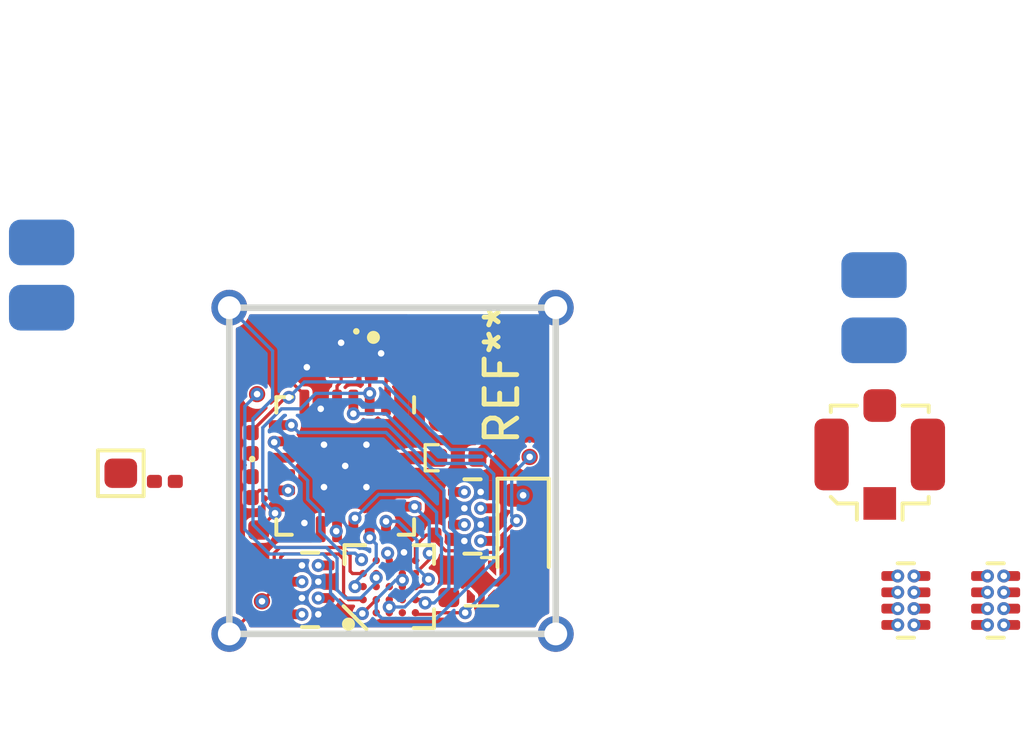
<source format=kicad_pcb>
(kicad_pcb (version 20171130) (host pcbnew 5.1.6-c6e7f7d~87~ubuntu18.04.1)
  (layers (0 F.Cu signal) (1 In1.Cu_Gnd signal) (2 In2.Cu_3V3 signal) (31 B.Cu signal) (34 B.Paste user) (35 F.Paste user) (36 B.SilkS user hide) (37 F.SilkS user) (38 B.Mask user) (39 F.Mask user) (44 Edge.Cuts user))
  (net 0 "")
  (net 1 GND)
  (net 2 3.3-5V_IN)
  (net 3 +3V3)
  (net 4 "Net-(D1-Pad1)")
  (net 5 LED1)
  (net 6 LED2)
  (net 7 Boot0)
  (net 8 UART_RX)
  (net 9 UART_TX)
  (net 10 NRST)
  (net 11 SWDIO)
  (net 12 "Net-(U1-PadC3)")
  (net 13 "Net-(U1-PadC4)")
  (net 14 "Net-(U1-PadD2)")
  (net 15 "Net-(D2-Pad2)")
  (net 16 "Net-(U1-PadB5)")
  (net 17 "Net-(U3-Pad14)")
  (net 18 "Net-(U3-Pad10)")
  (net 19 "Net-(U3-Pad9)")
  (net 20 "Net-(U3-Pad6)")
  (net 21 "Net-(U3-Pad4)")
  (net 22 "Net-(C6-Pad1)")
  (net 23 "Net-(C13-Pad1)")
  (net 24 "Net-(J1-Pad1)")
  (net 25 "Net-(U3-Pad22)")
  (net 26 NSS)
  (net 27 SCK)
  (net 28 MOSI)
  (net 29 MISO)
  (net 30 NRESET)
  (net 31 DI)
  (net 32 BUSY)
  (net 33 SWDCLK_BOOT0)
  (net 34 "Net-(U1-PadD1)")
  (net 35 "Net-(U1-PadB1)")
  (module footprints:molex_479480001_2g4-turret (layer F.Cu) (at 127.85 53.05 90)
    (fp_text reference REF** (at 0 0.5 90) (layer F.SilkS))
    (fp_text value molex_479480001_2g4-turret)
    (pad 2 smd roundrect (at -1.075 -1.075 90) (size 1.35 1.35) (layers F.Cu F.Paste F.Mask))
    (pad 2 smd roundrect (at 1.075 -1.075 90) (size 1.35 1.35) (layers F.Cu F.Paste F.Mask))
    (pad 2 smd roundrect (at 1.075 1.075 90) (size 1.35 1.35) (layers F.Cu F.Paste F.Mask))
    (pad 1 smd roundrect (at -1.075 1.075 90) (size 1.35 1.35) (layers F.Cu F.Paste F.Mask))
  )
  (module footprints:C_0402_1005Metric_dense (layer F.Cu) (at 120.9 58.3 270)
    (fp_text reference C13 hide)
    (fp_text value 470nF hide)
    (pad 2 smd roundrect (at 0.485 0 270) (size 0.59 0.64) (layers F.Cu F.Paste F.Mask) (net 1 GND))
    (pad 1 smd roundrect (at -0.485 0 270) (size 0.59 0.64) (layers F.Cu F.Paste F.Mask) (net 23 "Net-(C13-Pad1)"))
  )
  (module footprints:corner_castellated (layer F.Cu) (at 130 51)
    (fp_text reference TP9 hide)
    (fp_text value "Pad 1.5x1.5mm" hide)
    (pad 1 thru_hole circle (at 0 0) (size 1.1 1.1) (drill 0.7) (layers *.Cu *.Mask) (net 1 GND))
  )
  (module footprints:corner_castellated (layer F.Cu) (at 120 61)
    (fp_text reference TP8 hide)
    (fp_text value "Pad 1.5x1.5mm" hide)
    (pad 1 thru_hole circle (at 0 0) (size 1.1 1.1) (drill 0.7) (layers *.Cu *.Mask) (net 8 UART_RX))
  )
  (module footprints:corner_castellated (layer F.Cu) (at 120 51)
    (fp_text reference TP7 hide)
    (fp_text value "Pad 1.5x1.5mm" hide)
    (pad 1 thru_hole circle (at 0 0) (size 1.1 1.1) (drill 0.7) (layers *.Cu *.Mask) (net 9 UART_TX))
  )
  (module footprints:corner_castellated (layer F.Cu) (at 130 61)
    (fp_text reference TP6 hide)
    (fp_text value "Pad 1.5x1.5mm" hide)
    (pad 1 thru_hole circle (at 0 0) (size 1.1 1.1) (drill 0.7) (layers *.Cu *.Mask) (net 2 3.3-5V_IN))
  )
  (module footprints:QFN-24-1EP_4x4mm_P0.5mm_EP2.6x2.6mm_SX1280_dense (layer F.Cu) (at 123.55 55.85 270)
    (fp_text reference U3 hide)
    (fp_text value SX1280 hide)
    (fp_line (start 1.635 -2.11) (end 2.11 -2.11) (layer F.SilkS) (width 0.12))
    (fp_line (start 2.11 -2.11) (end 2.11 -1.635) (layer F.SilkS) (width 0.12))
    (fp_line (start -1.635 2.11) (end -2.11 2.11) (layer F.SilkS) (width 0.12))
    (fp_line (start -2.11 2.11) (end -2.11 1.635) (layer F.SilkS) (width 0.12))
    (fp_line (start 1.635 2.11) (end 2.11 2.11) (layer F.SilkS) (width 0.12))
    (fp_line (start 2.11 2.11) (end 2.11 1.635) (layer F.SilkS) (width 0.12))
    (fp_line (start -1.635 -2.11) (end -2.11 -2.11) (layer F.SilkS) (width 0.12))
    (pad 0 smd rect (at 0 0 270) (size 2.6 2.6) (layers F.Cu F.Mask) (net 1 GND))
    (pad 24 smd roundrect (at -1.25 -1.9375 270) (size 0.3 0.8) (layers F.Cu F.Paste F.Mask) (net 1 GND))
    (pad 23 smd roundrect (at -0.75 -1.9375 270) (size 0.3 0.8) (layers F.Cu F.Paste F.Mask) (net 1 GND))
    (pad 22 smd roundrect (at -0.25 -1.9375 270) (size 0.3 0.8) (layers F.Cu F.Paste F.Mask) (net 25 "Net-(U3-Pad22)"))
    (pad 21 smd roundrect (at 0.25 -1.9375 270) (size 0.3 0.8) (layers F.Cu F.Paste F.Mask) (net 1 GND))
    (pad 20 smd roundrect (at 0.75 -1.9375 270) (size 0.3 0.8) (layers F.Cu F.Paste F.Mask) (net 1 GND))
    (pad 19 smd roundrect (at 1.25 -1.9375 270) (size 0.3 0.8) (layers F.Cu F.Paste F.Mask) (net 26 NSS))
    (pad 18 smd roundrect (at 1.9375 -1.25 270) (size 0.8 0.3) (layers F.Cu F.Paste F.Mask) (net 27 SCK))
    (pad 17 smd roundrect (at 1.9375 -0.75 270) (size 0.8 0.3) (layers F.Cu F.Paste F.Mask) (net 28 MOSI))
    (pad 16 smd roundrect (at 1.9375 -0.25 270) (size 0.8 0.3) (layers F.Cu F.Paste F.Mask) (net 29 MISO))
    (pad 15 smd roundrect (at 1.9375 0.25 270) (size 0.8 0.3) (layers F.Cu F.Paste F.Mask) (net 3 +3V3))
    (pad 14 smd roundrect (at 1.9375 0.75 270) (size 0.8 0.3) (layers F.Cu F.Paste F.Mask) (net 17 "Net-(U3-Pad14)"))
    (pad 13 smd roundrect (at 1.9375 1.25 270) (size 0.8 0.3) (layers F.Cu F.Paste F.Mask) (net 1 GND))
    (pad 12 smd roundrect (at 1.25 1.9375 270) (size 0.3 0.8) (layers F.Cu F.Paste F.Mask) (net 23 "Net-(C13-Pad1)"))
    (pad 11 smd roundrect (at 0.75 1.9375 270) (size 0.3 0.8) (layers F.Cu F.Paste F.Mask) (net 3 +3V3))
    (pad 10 smd roundrect (at 0.25 1.9375 270) (size 0.3 0.8) (layers F.Cu F.Paste F.Mask) (net 18 "Net-(U3-Pad10)"))
    (pad 9 smd roundrect (at -0.25 1.9375 270) (size 0.3 0.8) (layers F.Cu F.Paste F.Mask) (net 19 "Net-(U3-Pad9)"))
    (pad 8 smd roundrect (at -0.75 1.9375 270) (size 0.3 0.8) (layers F.Cu F.Paste F.Mask) (net 31 DI))
    (pad 7 smd roundrect (at -1.25 1.9375 270) (size 0.3 0.8) (layers F.Cu F.Paste F.Mask) (net 32 BUSY))
    (pad 6 smd roundrect (at -1.9375 1.25 270) (size 0.8 0.3) (layers F.Cu F.Paste F.Mask) (net 20 "Net-(U3-Pad6)"))
    (pad 5 smd roundrect (at -1.9375 0.75 270) (size 0.8 0.3) (layers F.Cu F.Paste F.Mask) (net 1 GND))
    (pad 4 smd roundrect (at -1.9375 0.25 270) (size 0.8 0.3) (layers F.Cu F.Paste F.Mask) (net 21 "Net-(U3-Pad4)"))
    (pad 3 smd roundrect (at -1.9375 -0.25 270) (size 0.8 0.3) (layers F.Cu F.Paste F.Mask) (net 30 NRESET))
    (pad 2 smd roundrect (at -1.9375 -0.75 270) (size 0.8 0.3) (layers F.Cu F.Paste F.Mask) (net 23 "Net-(C13-Pad1)"))
    (pad 1 smd roundrect (at -1.9375 -1.25 270) (size 0.8 0.3) (layers F.Cu F.Paste F.Mask) (net 22 "Net-(C6-Pad1)"))
  )
  (module footprints:C_0201_0603Metric_dense (layer F.Cu) (at 124.35 52.725 90)
    (fp_text reference C4 hide)
    (fp_text value 10nF hide)
    (pad 2 smd roundrect (at 0.32 0 90) (size 0.46 0.4) (layers F.Cu F.Mask) (net 1 GND))
    (pad 1 smd roundrect (at -0.32 0 90) (size 0.46 0.4) (layers F.Cu F.Mask) (net 23 "Net-(C13-Pad1)"))
  )
  (module footprints:XTAL_ECS-320-8-47-CKM-TR (layer F.Cu) (at 122.9 52.45 180)
    (fp_text reference Y1 hide)
    (fp_text value 52M hide)
    (fp_circle (center -1.515 0.5398) (end -1.415 0.5398) (layer F.SilkS) (width 0.2))
    (pad 4 smd rect (at -0.525 -0.375 180) (size 0.75 0.65) (layers F.Cu F.Paste F.Mask) (net 21 "Net-(U3-Pad4)"))
    (pad 3 smd rect (at 0.525 -0.375 180) (size 0.75 0.65) (layers F.Cu F.Paste F.Mask) (net 1 GND))
    (pad 2 smd rect (at 0.525 0.375 180) (size 0.75 0.65) (layers F.Cu F.Paste F.Mask) (net 20 "Net-(U3-Pad6)"))
    (pad 1 smd rect (at -0.525 0.375 180) (size 0.75 0.65) (layers F.Cu F.Paste F.Mask) (net 1 GND))
  )
  (module footprints:2450FM07D0034T (layer F.Cu) (at 127 55.6)
    (fp_text reference U4 hide)
    (fp_text value 2450FM07D0034T hide)
    (fp_line (start -1 0.4) (end -0.6 0.4) (layer F.SilkS) (width 0.1))
    (fp_line (start -1 -0.4) (end -1 0.4) (layer F.SilkS) (width 0.1))
    (fp_line (start -0.6 -0.4) (end -1 -0.4) (layer F.SilkS) (width 0.1))
    (pad 4 smd roundrect (at 0 -0.35) (size 0.3 0.5) (layers F.Cu F.Paste F.Mask) (net 1 GND))
    (pad 3 smd roundrect (at 0.6 0) (size 0.55 0.55) (layers F.Cu F.Paste F.Mask) (net 24 "Net-(J1-Pad1)"))
    (pad 2 smd roundrect (at 0 0.35) (size 0.3 0.5) (layers F.Cu F.Paste F.Mask) (net 1 GND))
    (pad 1 smd roundrect (at -0.6 0) (size 0.55 0.55) (layers F.Cu F.Paste F.Mask) (net 25 "Net-(U3-Pad22)"))
  )
  (module footprints:C_0201_0603Metric_dense (layer F.Cu) (at 124.95 52.725 90)
    (fp_text reference C6 hide)
    (fp_text value 10nF hide)
    (pad 2 smd roundrect (at 0.32 0 90) (size 0.46 0.4) (layers F.Cu F.Mask) (net 1 GND))
    (pad 1 smd roundrect (at -0.32 0 90) (size 0.46 0.4) (layers F.Cu F.Mask) (net 22 "Net-(C6-Pad1)"))
  )
  (module footprints:BGA-25_5x5_2.3x2.5mm (layer F.Cu) (at 124.9 59.55 90)
    (fp_text reference U1 hide)
    (fp_text value STM32G071EBY6TR hide)
    (fp_circle (center -1.15 -1.25) (end -1.15 -1.15) (layer F.SilkS) (width 0.2))
    (fp_line (start -0.6 -1.4) (end -1.3 -0.7) (layer F.SilkS) (width 0.12))
    (fp_line (start -1.27 1.37) (end -1.27 0.745) (layer F.SilkS) (width 0.12))
    (fp_line (start -0.695 1.37) (end -1.27 1.37) (layer F.SilkS) (width 0.12))
    (fp_line (start 1.27 -1.37) (end 1.27 -0.745) (layer F.SilkS) (width 0.12))
    (fp_line (start 0.695 -1.37) (end 1.27 -1.37) (layer F.SilkS) (width 0.12))
    (fp_line (start 1.27 1.37) (end 1.27 0.745) (layer F.SilkS) (width 0.12))
    (fp_line (start 0.695 1.37) (end 1.27 1.37) (layer F.SilkS) (width 0.12))
    (fp_line (start 1.27 -1.37) (end 1.27 -0.745) (layer F.SilkS) (width 0.12))
    (fp_line (start 0.695 -1.37) (end 1.27 -1.37) (layer F.SilkS) (width 0.12))
    (fp_line (start 1.27 -1.37) (end 1.27 -0.745) (layer F.SilkS) (width 0.12))
    (fp_line (start 0.695 -1.37) (end 1.27 -1.37) (layer F.SilkS) (width 0.12))
    (pad E5 smd circle (at 0.8 0.8 90) (size 0.225 0.225) (layers F.Cu F.Paste F.Mask) (net 10 NRST))
    (pad D5 smd circle (at 0.8 0.4 90) (size 0.225 0.225) (layers F.Cu F.Paste F.Mask) (net 1 GND))
    (pad C5 smd circle (at 0.8 0 90) (size 0.225 0.225) (layers F.Cu F.Paste F.Mask) (net 3 +3V3))
    (pad B5 smd circle (at 0.8 -0.4 90) (size 0.225 0.225) (layers F.Cu F.Paste F.Mask) (net 16 "Net-(U1-PadB5)"))
    (pad A5 smd circle (at 0.8 -0.8 90) (size 0.225 0.225) (layers F.Cu F.Paste F.Mask) (net 31 DI))
    (pad E4 smd circle (at 0.4 0.8 90) (size 0.225 0.225) (layers F.Cu F.Paste F.Mask) (net 26 NSS))
    (pad D4 smd circle (at 0.4 0.4 90) (size 0.225 0.225) (layers F.Cu F.Paste F.Mask) (net 30 NRESET))
    (pad C4 smd circle (at 0.4 0 90) (size 0.225 0.225) (layers F.Cu F.Paste F.Mask) (net 13 "Net-(U1-PadC4)"))
    (pad B4 smd circle (at 0.4 -0.4 90) (size 0.225 0.225) (layers F.Cu F.Paste F.Mask) (net 9 UART_TX))
    (pad A4 smd circle (at 0.4 -0.8 90) (size 0.225 0.225) (layers F.Cu F.Paste F.Mask) (net 8 UART_RX))
    (pad E3 smd circle (at 0 0.8 90) (size 0.225 0.225) (layers F.Cu F.Paste F.Mask) (net 27 SCK))
    (pad D3 smd circle (at 0 0.4 90) (size 0.225 0.225) (layers F.Cu F.Paste F.Mask) (net 30 NRESET))
    (pad C3 smd circle (at 0 0 90) (size 0.225 0.225) (layers F.Cu F.Paste F.Mask) (net 12 "Net-(U1-PadC3)"))
    (pad B3 smd circle (at 0 -0.4 90) (size 0.225 0.225) (layers F.Cu F.Paste F.Mask) (net 9 UART_TX))
    (pad A3 smd circle (at 0 -0.8 90) (size 0.225 0.225) (layers F.Cu F.Paste F.Mask) (net 28 MOSI))
    (pad E2 smd circle (at -0.4 0.8 90) (size 0.225 0.225) (layers F.Cu F.Paste F.Mask) (net 32 BUSY))
    (pad D2 smd circle (at -0.4 0.4 90) (size 0.225 0.225) (layers F.Cu F.Paste F.Mask) (net 14 "Net-(U1-PadD2)"))
    (pad C2 smd circle (at -0.4 0 90) (size 0.225 0.225) (layers F.Cu F.Paste F.Mask) (net 29 MISO))
    (pad B2 smd circle (at -0.4 -0.4 90) (size 0.225 0.225) (layers F.Cu F.Paste F.Mask) (net 11 SWDIO))
    (pad A2 smd circle (at -0.4 -0.8 90) (size 0.225 0.225) (layers F.Cu F.Paste F.Mask) (net 33 SWDCLK_BOOT0))
    (pad E1 smd circle (at -0.8 0.8 90) (size 0.225 0.225) (layers F.Cu F.Paste F.Mask) (net 5 LED1))
    (pad D1 smd circle (at -0.8 0.4 90) (size 0.225 0.225) (layers F.Cu F.Paste F.Mask) (net 34 "Net-(U1-PadD1)"))
    (pad C1 smd circle (at -0.8 0 90) (size 0.225 0.225) (layers F.Cu F.Paste F.Mask) (net 29 MISO))
    (pad B1 smd circle (at -0.8 -0.4 90) (size 0.225 0.225) (layers F.Cu F.Paste F.Mask) (net 35 "Net-(U1-PadB1)"))
    (pad A1 smd circle (at -0.8 -0.8 90) (size 0.225 0.225) (layers F.Cu F.Paste F.Mask) (net 11 SWDIO))
  )
  (module ftprnts:AVX_S_CASE (layer F.Cu) (at 129 57.6 270)
    (fp_text reference C12 hide)
    (fp_text value 100uF hide)
    (fp_line (start 1.35 -0.785) (end -1.36 -0.785) (layer F.SilkS) (width 0.12))
    (fp_line (start -1.36 0.785) (end 1.35 0.785) (layer F.SilkS) (width 0.12))
    (fp_line (start -1.36 -0.785) (end -1.36 0.785) (layer F.SilkS) (width 0.12))
    (pad 2 smd roundrect (at 0.85 0 270) (size 0.7 1) (layers F.Cu F.Paste F.Mask) (roundrect_rratio 0.1) (net 1 GND))
    (pad 1 smd roundrect (at -0.85 0 90) (size 0.7 1) (layers F.Cu F.Paste F.Mask) (roundrect_rratio 0.1) (net 3 +3V3))
  )
  (module footprints:0805_low_esl_cap_avx_w_via_dense (layer F.Cu) (at 122.475 59.65)
    (fp_text reference C11 hide)
    (fp_text value 2.2uF hide)
    (fp_line (start 0.25 1.14) (end -0.25 1.14) (layer F.SilkS) (width 0.12))
    (fp_line (start 0.25 -1.14) (end -0.25 -1.14) (layer F.SilkS) (width 0.12))
    (pad 2 thru_hole circle (at -0.25 -0.25) (size 0.4 0.4) (drill 0.2) (layers *.Cu) (net 3 +3V3))
    (pad 1 thru_hole circle (at -0.25 0.25) (size 0.4 0.4) (drill 0.2) (layers *.Cu) (net 1 GND))
    (pad 2 smd roundrect (at -0.5 -0.25) (size 0.5 0.3) (layers F.Cu F.Paste F.Mask) (net 3 +3V3))
    (pad 1 smd roundrect (at -0.5 0.25) (size 0.5 0.3) (layers F.Cu F.Paste F.Mask) (net 1 GND))
    (pad 2 smd roundrect (at 0.5 0.25) (size 0.5 0.3) (layers F.Cu F.Paste F.Mask) (net 3 +3V3))
    (pad 1 smd roundrect (at -0.5 -0.75) (size 0.5 0.3) (layers F.Cu F.Paste F.Mask) (net 1 GND))
    (pad 2 smd roundrect (at 0.5 -0.75) (size 0.5 0.3) (layers F.Cu F.Paste F.Mask) (net 3 +3V3))
    (pad 1 smd roundrect (at 0.5 -0.25) (size 0.5 0.3) (layers F.Cu F.Paste F.Mask) (net 1 GND))
    (pad 2 smd roundrect (at -0.5 0.75) (size 0.5 0.3) (layers F.Cu F.Paste F.Mask) (net 3 +3V3))
    (pad 1 smd roundrect (at 0.5 0.75) (size 0.5 0.3) (layers F.Cu F.Paste F.Mask) (net 1 GND))
    (pad 2 thru_hole circle (at -0.25 0.75) (size 0.4 0.4) (drill 0.2) (layers *.Cu) (net 3 +3V3))
    (pad 2 thru_hole circle (at 0.25 0.25) (size 0.4 0.4) (drill 0.2) (layers *.Cu) (net 3 +3V3))
    (pad 1 thru_hole circle (at -0.25 -0.75) (size 0.4 0.4) (drill 0.2) (layers *.Cu) (net 1 GND))
    (pad 1 thru_hole circle (at 0.25 0.75) (size 0.4 0.4) (drill 0.2) (layers *.Cu) (net 1 GND))
    (pad 1 thru_hole circle (at 0.25 -0.25) (size 0.4 0.4) (drill 0.2) (layers *.Cu) (net 1 GND))
    (pad 2 thru_hole circle (at 0.25 -0.75) (size 0.4 0.4) (drill 0.2) (layers *.Cu) (net 3 +3V3))
  )
  (module footprints:0805_low_esl_cap_avx_w_via_dense (layer F.Cu) (at 127.45 57.4)
    (fp_text reference C10 hide)
    (fp_text value 2.2uF hide)
    (fp_line (start 0.25 1.14) (end -0.25 1.14) (layer F.SilkS) (width 0.12))
    (fp_line (start 0.25 -1.14) (end -0.25 -1.14) (layer F.SilkS) (width 0.12))
    (pad 2 thru_hole circle (at -0.25 -0.25) (size 0.4 0.4) (drill 0.2) (layers *.Cu) (net 1 GND))
    (pad 1 thru_hole circle (at -0.25 0.25) (size 0.4 0.4) (drill 0.2) (layers *.Cu) (net 3 +3V3))
    (pad 2 smd roundrect (at -0.5 -0.25) (size 0.5 0.3) (layers F.Cu F.Paste F.Mask) (net 1 GND))
    (pad 1 smd roundrect (at -0.5 0.25) (size 0.5 0.3) (layers F.Cu F.Paste F.Mask) (net 3 +3V3))
    (pad 2 smd roundrect (at 0.5 0.25) (size 0.5 0.3) (layers F.Cu F.Paste F.Mask) (net 1 GND))
    (pad 1 smd roundrect (at -0.5 -0.75) (size 0.5 0.3) (layers F.Cu F.Paste F.Mask) (net 3 +3V3))
    (pad 2 smd roundrect (at 0.5 -0.75) (size 0.5 0.3) (layers F.Cu F.Paste F.Mask) (net 1 GND))
    (pad 1 smd roundrect (at 0.5 -0.25) (size 0.5 0.3) (layers F.Cu F.Paste F.Mask) (net 3 +3V3))
    (pad 2 smd roundrect (at -0.5 0.75) (size 0.5 0.3) (layers F.Cu F.Paste F.Mask) (net 1 GND))
    (pad 1 smd roundrect (at 0.5 0.75) (size 0.5 0.3) (layers F.Cu F.Paste F.Mask) (net 3 +3V3))
    (pad 2 thru_hole circle (at -0.25 0.75) (size 0.4 0.4) (drill 0.2) (layers *.Cu) (net 1 GND))
    (pad 2 thru_hole circle (at 0.25 0.25) (size 0.4 0.4) (drill 0.2) (layers *.Cu) (net 1 GND))
    (pad 1 thru_hole circle (at -0.25 -0.75) (size 0.4 0.4) (drill 0.2) (layers *.Cu) (net 3 +3V3))
    (pad 1 thru_hole circle (at 0.25 0.75) (size 0.4 0.4) (drill 0.2) (layers *.Cu) (net 3 +3V3))
    (pad 1 thru_hole circle (at 0.25 -0.25) (size 0.4 0.4) (drill 0.2) (layers *.Cu) (net 3 +3V3))
    (pad 2 thru_hole circle (at 0.25 -0.75) (size 0.4 0.4) (drill 0.2) (layers *.Cu) (net 1 GND))
  )
  (module footprints:0805_low_esl_cap_avx_w_via_dense (layer F.Cu) (at 143.475 59.975)
    (fp_text reference C9 hide)
    (fp_text value 2.2uF hide)
    (fp_line (start 0.25 1.14) (end -0.25 1.14) (layer F.SilkS) (width 0.12))
    (fp_line (start 0.25 -1.14) (end -0.25 -1.14) (layer F.SilkS) (width 0.12))
    (pad 2 thru_hole circle (at -0.25 -0.25) (size 0.4 0.4) (drill 0.2) (layers *.Cu) (net 3 +3V3))
    (pad 1 thru_hole circle (at -0.25 0.25) (size 0.4 0.4) (drill 0.2) (layers *.Cu) (net 1 GND))
    (pad 2 smd roundrect (at -0.5 -0.25) (size 0.5 0.3) (layers F.Cu F.Paste F.Mask) (net 3 +3V3))
    (pad 1 smd roundrect (at -0.5 0.25) (size 0.5 0.3) (layers F.Cu F.Paste F.Mask) (net 1 GND))
    (pad 2 smd roundrect (at 0.5 0.25) (size 0.5 0.3) (layers F.Cu F.Paste F.Mask) (net 3 +3V3))
    (pad 1 smd roundrect (at -0.5 -0.75) (size 0.5 0.3) (layers F.Cu F.Paste F.Mask) (net 1 GND))
    (pad 2 smd roundrect (at 0.5 -0.75) (size 0.5 0.3) (layers F.Cu F.Paste F.Mask) (net 3 +3V3))
    (pad 1 smd roundrect (at 0.5 -0.25) (size 0.5 0.3) (layers F.Cu F.Paste F.Mask) (net 1 GND))
    (pad 2 smd roundrect (at -0.5 0.75) (size 0.5 0.3) (layers F.Cu F.Paste F.Mask) (net 3 +3V3))
    (pad 1 smd roundrect (at 0.5 0.75) (size 0.5 0.3) (layers F.Cu F.Paste F.Mask) (net 1 GND))
    (pad 2 thru_hole circle (at -0.25 0.75) (size 0.4 0.4) (drill 0.2) (layers *.Cu) (net 3 +3V3))
    (pad 2 thru_hole circle (at 0.25 0.25) (size 0.4 0.4) (drill 0.2) (layers *.Cu) (net 3 +3V3))
    (pad 1 thru_hole circle (at -0.25 -0.75) (size 0.4 0.4) (drill 0.2) (layers *.Cu) (net 1 GND))
    (pad 1 thru_hole circle (at 0.25 0.75) (size 0.4 0.4) (drill 0.2) (layers *.Cu) (net 1 GND))
    (pad 1 thru_hole circle (at 0.25 -0.25) (size 0.4 0.4) (drill 0.2) (layers *.Cu) (net 1 GND))
    (pad 2 thru_hole circle (at 0.25 -0.75) (size 0.4 0.4) (drill 0.2) (layers *.Cu) (net 3 +3V3))
  )
  (module footprints:0805_low_esl_cap_avx_w_via_dense (layer F.Cu) (at 140.725 59.975)
    (fp_text reference C7 hide)
    (fp_text value 2.2uF hide)
    (fp_line (start 0.25 1.14) (end -0.25 1.14) (layer F.SilkS) (width 0.12))
    (fp_line (start 0.25 -1.14) (end -0.25 -1.14) (layer F.SilkS) (width 0.12))
    (pad 2 thru_hole circle (at -0.25 -0.25) (size 0.4 0.4) (drill 0.2) (layers *.Cu) (net 1 GND))
    (pad 1 thru_hole circle (at -0.25 0.25) (size 0.4 0.4) (drill 0.2) (layers *.Cu) (net 3 +3V3))
    (pad 2 smd roundrect (at -0.5 -0.25) (size 0.5 0.3) (layers F.Cu F.Paste F.Mask) (net 1 GND))
    (pad 1 smd roundrect (at -0.5 0.25) (size 0.5 0.3) (layers F.Cu F.Paste F.Mask) (net 3 +3V3))
    (pad 2 smd roundrect (at 0.5 0.25) (size 0.5 0.3) (layers F.Cu F.Paste F.Mask) (net 1 GND))
    (pad 1 smd roundrect (at -0.5 -0.75) (size 0.5 0.3) (layers F.Cu F.Paste F.Mask) (net 3 +3V3))
    (pad 2 smd roundrect (at 0.5 -0.75) (size 0.5 0.3) (layers F.Cu F.Paste F.Mask) (net 1 GND))
    (pad 1 smd roundrect (at 0.5 -0.25) (size 0.5 0.3) (layers F.Cu F.Paste F.Mask) (net 3 +3V3))
    (pad 2 smd roundrect (at -0.5 0.75) (size 0.5 0.3) (layers F.Cu F.Paste F.Mask) (net 1 GND))
    (pad 1 smd roundrect (at 0.5 0.75) (size 0.5 0.3) (layers F.Cu F.Paste F.Mask) (net 3 +3V3))
    (pad 2 thru_hole circle (at -0.25 0.75) (size 0.4 0.4) (drill 0.2) (layers *.Cu) (net 1 GND))
    (pad 2 thru_hole circle (at 0.25 0.25) (size 0.4 0.4) (drill 0.2) (layers *.Cu) (net 1 GND))
    (pad 1 thru_hole circle (at -0.25 -0.75) (size 0.4 0.4) (drill 0.2) (layers *.Cu) (net 3 +3V3))
    (pad 1 thru_hole circle (at 0.25 0.75) (size 0.4 0.4) (drill 0.2) (layers *.Cu) (net 3 +3V3))
    (pad 1 thru_hole circle (at 0.25 -0.25) (size 0.4 0.4) (drill 0.2) (layers *.Cu) (net 3 +3V3))
    (pad 2 thru_hole circle (at 0.25 -0.75) (size 0.4 0.4) (drill 0.2) (layers *.Cu) (net 1 GND))
  )
  (module ftprnts:TestPoint_Pad_1.5x2mm (layer B.Cu) (at 114 51)
    (fp_text reference TP5 hide)
    (fp_text value "Pad 1.5x1.5mm" hide)
    (pad 1 smd roundrect (at 0.25 0) (size 2 1.4) (layers B.Cu B.Mask) (net 9 UART_TX))
  )
  (module ftprnts:TestPoint_Pad_1.5x2mm (layer B.Cu) (at 114 49)
    (fp_text reference TP4 hide)
    (fp_text value "Pad 1.5x1.5mm" hide)
    (pad 1 smd roundrect (at 0.25 0) (size 2 1.4) (layers B.Cu B.Mask) (net 8 UART_RX))
  )
  (module ftprnts:TestPoint_Pad_1.5x2mm (layer B.Cu) (at 140 52 180)
    (fp_text reference TP3 hide)
    (fp_text value "Pad 1.5x1.5mm" hide)
    (pad 1 smd roundrect (at 0.25 0 180) (size 2 1.4) (layers B.Cu B.Mask) (net 2 3.3-5V_IN))
  )
  (module ftprnts:TestPoint_Pad_1.5x2mm (layer B.Cu) (at 139.5 50)
    (fp_text reference TP2 hide)
    (fp_text value "Pad 1.5x1.5mm" hide)
    (pad 1 smd roundrect (at 0.25 0) (size 2 1.4) (layers B.Cu B.Mask) (net 1 GND))
  )
  (module Connector_Coaxial:U.FL_Molex_MCRF_73412-0110_Vertical (layer F.Cu) (at 139.925 55.5)
    (fp_text reference J1 hide)
    (fp_text value u.fl hide)
    (fp_line (start 0.7 1.5) (end 0.7 2) (layer F.SilkS) (width 0.12))
    (fp_line (start -0.7 1.5) (end -0.7 2) (layer F.SilkS) (width 0.12))
    (fp_line (start -0.7 1.5) (end -1.3 1.5) (layer F.SilkS) (width 0.12))
    (fp_line (start -1.3 1.5) (end -1.5 1.3) (layer F.SilkS) (width 0.12))
    (fp_line (start 1.5 1.3) (end 1.5 1.5) (layer F.SilkS) (width 0.12))
    (fp_line (start 1.5 1.5) (end 0.7 1.5) (layer F.SilkS) (width 0.12))
    (fp_line (start 0.7 -1.5) (end 1.5 -1.5) (layer F.SilkS) (width 0.12))
    (fp_line (start 1.5 -1.5) (end 1.5 -1.3) (layer F.SilkS) (width 0.12))
    (fp_line (start -1.5 -1.3) (end -1.5 -1.5) (layer F.SilkS) (width 0.12))
    (fp_line (start -1.5 -1.5) (end -0.7 -1.5) (layer F.SilkS) (width 0.12))
    (pad 1 smd rect (at 0 1.5) (size 1 1) (layers F.Cu F.Paste F.Mask) (net 24 "Net-(J1-Pad1)"))
    (pad 2 smd roundrect (at 0 -1.5) (size 1 1) (layers F.Cu F.Paste F.Mask) (net 1 GND))
    (pad 2 smd roundrect (at 1.475 0) (size 1.05 2.2) (layers F.Cu F.Paste F.Mask) (net 1 GND))
    (pad 2 smd roundrect (at -1.475 0) (size 1.05 2.2) (layers F.Cu F.Paste F.Mask) (net 1 GND))
  )
  (module ftprnts:R_0201_0603Metric_dense (layer F.Cu) (at 118.025 56.325 180)
    (fp_text reference R4 hide)
    (fp_text value 10k hide)
    (pad 2 smd roundrect (at 0.32 0 180) (size 0.46 0.4) (layers F.Cu F.Mask) (net 7 Boot0))
    (pad 1 smd roundrect (at -0.32 0 180) (size 0.46 0.4) (layers F.Cu F.Mask) (net 1 GND))
  )
  (module ftprnts:R_0201_0603Metric_dense (layer F.Cu) (at 125.55 52.725 90)
    (fp_text reference R2 hide)
    (fp_text value 270R hide)
    (pad 2 smd roundrect (at 0.32 0 90) (size 0.46 0.4) (layers F.Cu F.Mask) (net 6 LED2))
    (pad 1 smd roundrect (at -0.32 0 90) (size 0.46 0.4) (layers F.Cu F.Mask) (net 15 "Net-(D2-Pad2)"))
  )
  (module ftprnts:R_0201_0603Metric_dense (layer F.Cu) (at 120.7 55.15 270)
    (fp_text reference R1 hide)
    (fp_text value 270R hide)
    (pad 2 smd roundrect (at 0.32 0 270) (size 0.46 0.4) (layers F.Cu F.Mask) (net 4 "Net-(D1-Pad1)"))
    (pad 1 smd roundrect (at -0.32 0 270) (size 0.46 0.4) (layers F.Cu F.Mask) (net 5 LED1))
  )
  (module ftprnts:L_0402_1005Metric_dense (layer F.Cu) (at 126.725 59.4 90)
    (fp_text reference C5 hide)
    (fp_text value 10µF hide)
    (pad 2 smd roundrect (at 0.485 0 90) (size 0.59 0.64) (layers F.Cu F.Paste F.Mask) (net 1 GND))
    (pad 1 smd roundrect (at -0.485 0 90) (size 0.59 0.64) (layers F.Cu F.Paste F.Mask) (net 3 +3V3))
  )
  (module ftprnts:L_0402_1005Metric_dense (layer F.Cu) (at 128.75 59.8 90)
    (fp_text reference C3 hide)
    (fp_text value 10µF hide)
    (pad 2 smd roundrect (at 0.485 0 90) (size 0.59 0.64) (layers F.Cu F.Paste F.Mask) (net 1 GND))
    (pad 1 smd roundrect (at -0.485 0 90) (size 0.59 0.64) (layers F.Cu F.Paste F.Mask) (net 2 3.3-5V_IN))
  )
  (module Package_DFN_QFN:UDFN-4_1x1mm_P0.65mm (layer F.Cu) (at 127.725 59.4 270)
    (fp_text reference U2 hide)
    (fp_text value NCP160 hide)
    (fp_line (start -0.74 -0.5) (end -0.74 0) (layer F.SilkS) (width 0.1))
    (fp_line (start 0.74 -0.5) (end 0.74 0.5) (layer F.SilkS) (width 0.1))
    (pad 5 smd rect (at 0 -0.17 225) (size 0.24 0.24) (layers F.Cu F.Paste F.Mask) (net 1 GND))
    (pad 5 smd rect (at -0.17 0 225) (size 0.24 0.24) (layers F.Cu F.Paste F.Mask) (net 1 GND))
    (pad 5 smd rect (at 0.17 0 225) (size 0.24 0.24) (layers F.Cu F.Paste F.Mask) (net 1 GND))
    (pad 3 smd rect (at 0.345 0.415) (size 0.07 0.19) (layers F.Cu F.Paste F.Mask) (net 2 3.3-5V_IN))
    (pad 1 smd trapezoid (at -0.38 -0.35 90) (size 0.2 0.2) (rect_delta 0 0.19999) (layers F.Cu F.Paste F.Mask) (net 3 +3V3))
    (pad 3 smd trapezoid (at 0.43 0.29 270) (size 0.18 0.18) (rect_delta 0 0.17999) (layers F.Cu F.Paste F.Mask) (net 2 3.3-5V_IN))
    (pad 3 smd rect (at 0.54 0.325 180) (size 0.25 0.22) (layers F.Cu F.Paste F.Mask) (net 2 3.3-5V_IN))
    (pad 4 smd rect (at 0.34 -0.415) (size 0.07 0.19) (layers F.Cu F.Paste F.Mask) (net 2 3.3-5V_IN))
    (pad 4 smd trapezoid (at 0.425 -0.29 180) (size 0.18 0.18) (rect_delta 0.1799 0) (layers F.Cu F.Paste F.Mask) (net 2 3.3-5V_IN))
    (pad 4 smd rect (at 0.54 -0.325 180) (size 0.25 0.22) (layers F.Cu F.Paste F.Mask) (net 2 3.3-5V_IN))
    (pad 1 smd rect (at -0.54 -0.325 180) (size 0.25 0.22) (layers F.Cu F.Paste F.Mask) (net 3 +3V3))
    (pad 5 smd rect (at 0 0.17 225) (size 0.24 0.24) (layers F.Cu F.Paste F.Mask) (net 1 GND))
    (pad 2 smd rect (at -0.54 0.325 180) (size 0.25 0.22) (layers F.Cu F.Paste F.Mask) (net 1 GND))
    (pad 1 smd trapezoid (at -0.43 -0.3 90) (size 0.2 0.2) (rect_delta 0 0.19999) (layers F.Cu F.Paste F.Mask) (net 3 +3V3))
    (pad 2 smd trapezoid (at -0.43 0.29) (size 0.18 0.18) (rect_delta 0.1799 0) (layers F.Cu F.Paste F.Mask) (net 1 GND))
    (pad 2 smd rect (at -0.345 0.415) (size 0.07 0.19) (layers F.Cu F.Paste F.Mask) (net 1 GND))
  )
  (module TestPoint:TestPoint_Pad_1.0x1.0mm (layer F.Cu) (at 116.675 56.075)
    (fp_text reference TP1 hide)
    (fp_text value "Pad 1x1mm" hide)
    (fp_line (start -0.7 0.7) (end -0.7 -0.7) (layer F.SilkS) (width 0.12))
    (fp_line (start 0.7 0.7) (end -0.7 0.7) (layer F.SilkS) (width 0.12))
    (fp_line (start 0.7 -0.7) (end 0.7 0.7) (layer F.SilkS) (width 0.12))
    (fp_line (start -0.7 -0.7) (end 0.7 -0.7) (layer F.SilkS) (width 0.12))
    (pad 1 smd roundrect (at 0 0) (size 1 0.9) (layers F.Cu F.Mask) (net 7 Boot0))
  )
  (module ftprnts:C_0201_0603Metric_dense (layer F.Cu) (at 126.3 57.65 90)
    (fp_text reference C8 hide)
    (fp_text value 100nF hide)
    (pad 2 smd roundrect (at 0.32 0 90) (size 0.46 0.4) (layers F.Cu F.Mask) (net 1 GND))
    (pad 1 smd roundrect (at -0.32 0 90) (size 0.46 0.4) (layers F.Cu F.Mask) (net 10 NRST))
  )
  (module Fiducial:Fiducial_0.5mm_Dia_1mm_Outer (layer F.Cu) (at 120.85 53.65)
    (fp_text reference FID2 hide)
    (fp_text value Fiducial hide)
    (pad 1 smd circle (at 0 0) (size 0.5 0.5) (layers F.Cu F.Mask) (net 11 SWDIO) (clearance 0.2))
  )
  (module LED_SMD:LED_0201_0603Metric (layer F.Cu) (at 120.7 56.5 270)
    (fp_text reference D1 hide)
    (fp_text value LED_BLUE hide)
    (fp_circle (center -0.86 0) (end -0.81 0) (layer F.SilkS) (width 0.1))
    (pad 2 smd roundrect (at 0.32 0 270) (size 0.46 0.4) (layers F.Cu F.Mask) (net 3 +3V3))
    (pad 1 smd roundrect (at -0.32 0 270) (size 0.46 0.4) (layers F.Cu F.Mask) (net 4 "Net-(D1-Pad1)"))
  )
  (module LED_SMD:LED_0201_0603Metric (layer F.Cu) (at 124.75 51.725)
    (fp_text reference D2 hide)
    (fp_text value LED_WHITE hide)
    (fp_circle (center -0.86 0) (end -0.81 0) (layer F.SilkS) (width 0.1))
    (pad 2 smd roundrect (at 0.32 0) (size 0.46 0.4) (layers F.Cu F.Mask) (net 15 "Net-(D2-Pad2)"))
    (pad 1 smd roundrect (at -0.32 0) (size 0.46 0.4) (layers F.Cu F.Mask) (net 1 GND))
  )
  (module Fiducial:Fiducial_0.5mm_Dia_1mm_Outer (layer F.Cu) (at 129.2 55.575)
    (fp_text reference FID1 hide)
    (fp_text value Fiducial hide)
    (pad 1 smd circle (at 0 0) (size 0.5 0.5) (layers F.Cu F.Mask) (net 10 NRST) (clearance 0.2))
  )
  (module Fiducial:Fiducial_0.5mm_Dia_1mm_Outer (layer F.Cu) (at 121 60)
    (fp_text reference FID3 hide)
    (fp_text value Fiducial hide)
    (pad 1 smd circle (at 0 0) (size 0.5 0.5) (layers F.Cu F.Mask) (net 33 SWDCLK_BOOT0) (clearance 0.05))
  )
  (gr_line (start 130 51) (end 130 61) (layer Edge.Cuts) (width 0.2))
  (gr_line (start 120 61) (end 120 51) (layer Edge.Cuts) (width 0.2))
  (gr_line (start 130 61) (end 120 61) (layer Edge.Cuts) (width 0.2))
  (gr_line (start 120 51) (end 130 51) (layer Edge.Cuts) (width 0.2))
  (via (at 123.425 52.075) (size 0.4) (drill 0.2) (layers F.Cu B.Cu) (net 1))
  (via (at 122.375 52.825) (size 0.4) (drill 0.2) (layers F.Cu B.Cu) (net 1))
  (via (at 123.55 55.85) (size 0.4) (drill 0.2) (layers F.Cu B.Cu) (net 1))
  (via (at 124.2 56.5) (size 0.4) (drill 0.2) (layers F.Cu B.Cu) (net 1))
  (via (at 122.9 56.5) (size 0.4) (drill 0.2) (layers F.Cu B.Cu) (net 1))
  (via (at 124.2 55.2) (size 0.4) (drill 0.2) (layers F.Cu B.Cu) (net 1))
  (via (at 122.9 55.2) (size 0.4) (drill 0.2) (layers F.Cu B.Cu) (net 1))
  (via (at 122.3 57.6) (size 0.4) (drill 0.2) (layers F.Cu B.Cu) (net 1))
  (via (at 122.8 54.1) (size 0.4) (drill 0.2) (layers F.Cu B.Cu) (net 1))
  (via (at 125.35 58.5) (size 0.4) (drill 0.2) (layers F.Cu B.Cu) (net 1))
  (segment (start 125.3 58.75) (end 125.3 58.55) (width 0.1) (layer F.Cu) (net 1))
  (segment (start 125.3 58.55) (end 125.35 58.5) (width 0.1) (layer F.Cu) (net 1))
  (via (at 124.65 52.4) (size 0.4) (drill 0.2) (layers F.Cu B.Cu) (net 1))
  (segment (start 124.95 52.405) (end 124.655 52.405) (width 0.1) (layer F.Cu) (net 1))
  (segment (start 124.655 52.405) (end 124.65 52.4) (width 0.1) (layer F.Cu) (net 1))
  (segment (start 124.645 52.405) (end 124.65 52.4) (width 0.1) (layer F.Cu) (net 1))
  (segment (start 124.35 52.405) (end 124.645 52.405) (width 0.1) (layer F.Cu) (net 1))
  (via (at 121.8 56.6) (size 0.4) (drill 0.2) (layers F.Cu B.Cu) (net 3))
  (segment (start 124.9 58.575) (end 124.9 58.75) (width 0.1) (layer F.Cu) (net 3))
  (via (at 124.85 58.525) (size 0.4) (drill 0.2) (layers F.Cu B.Cu) (net 3))
  (segment (start 124.85 58.525) (end 124.9 58.575) (width 0.1) (layer F.Cu) (net 3))
  (via (at 123.275 57.85) (size 0.4) (drill 0.2) (layers F.Cu B.Cu) (net 3))
  (segment (start 120.92 56.6) (end 120.7 56.82) (width 0.1) (layer F.Cu) (net 3))
  (segment (start 121.6125 56.6) (end 120.92 56.6) (width 0.1) (layer F.Cu) (net 3))
  (segment (start 129 56.35) (end 129 56.75) (width 0.1) (layer F.Cu) (net 3))
  (via (at 129 56.75) (size 0.4) (drill 0.2) (layers F.Cu B.Cu) (net 3))
  (segment (start 120.7 55.47) (end 120.7 56.18) (width 0.1) (layer F.Cu) (net 4))
  (via (at 127.225 60.35) (size 0.4) (drill 0.2) (layers F.Cu B.Cu) (net 5))
  (segment (start 125.75 60.4) (end 125.7 60.35) (width 0.1) (layer F.Cu) (net 5))
  (segment (start 126.3 60.4) (end 125.75 60.4) (width 0.1) (layer F.Cu) (net 5))
  (segment (start 127.225 60.35) (end 126.35 60.35) (width 0.1) (layer F.Cu) (net 5))
  (segment (start 126.35 60.35) (end 126.3 60.4) (width 0.1) (layer F.Cu) (net 5))
  (segment (start 128.45 56) (end 128.45 59.125) (width 0.1) (layer B.Cu) (net 5))
  (segment (start 124.7 53.275) (end 126.775 55.35) (width 0.1) (layer B.Cu) (net 5))
  (segment (start 121.825 53.75) (end 121.725 53.75) (width 0.1) (layer F.Cu) (net 5))
  (segment (start 127.8 55.35) (end 128.45 56) (width 0.1) (layer B.Cu) (net 5))
  (segment (start 120.7 54.775) (end 120.7 54.83) (width 0.1) (layer F.Cu) (net 5))
  (segment (start 126.775 55.35) (end 127.8 55.35) (width 0.1) (layer B.Cu) (net 5))
  (segment (start 121.825 53.75) (end 122.3 53.275) (width 0.1) (layer B.Cu) (net 5))
  (segment (start 128.45 59.125) (end 127.225 60.35) (width 0.1) (layer B.Cu) (net 5))
  (segment (start 121.725 53.75) (end 120.7 54.775) (width 0.1) (layer F.Cu) (net 5))
  (via (at 121.825 53.75) (size 0.4) (drill 0.2) (layers F.Cu B.Cu) (net 5))
  (segment (start 122.3 53.275) (end 124.7 53.275) (width 0.1) (layer B.Cu) (net 5))
  (segment (start 120.75 59.25) (end 120.475 59.525) (width 0.1) (layer F.Cu) (net 8))
  (segment (start 121.2 59.25) (end 120.75 59.25) (width 0.1) (layer F.Cu) (net 8))
  (segment (start 121.375 58.525) (end 121.375 59.075) (width 0.1) (layer F.Cu) (net 8))
  (segment (start 120.475 60.55) (end 120.275 60.75) (width 0.1) (layer F.Cu) (net 8))
  (segment (start 123.775 59.15) (end 123.7 59.075) (width 0.1) (layer F.Cu) (net 8))
  (segment (start 121.375 59.075) (end 121.2 59.25) (width 0.1) (layer F.Cu) (net 8))
  (segment (start 124.1 59.15) (end 123.775 59.15) (width 0.1) (layer F.Cu) (net 8))
  (segment (start 123.45 58.35) (end 121.55 58.35) (width 0.1) (layer F.Cu) (net 8))
  (segment (start 121.55 58.35) (end 121.375 58.525) (width 0.1) (layer F.Cu) (net 8))
  (segment (start 120.475 59.525) (end 120.475 60.55) (width 0.1) (layer F.Cu) (net 8))
  (segment (start 123.7 59.075) (end 123.7 58.6) (width 0.1) (layer F.Cu) (net 8))
  (segment (start 123.7 58.6) (end 123.45 58.35) (width 0.1) (layer F.Cu) (net 8))
  (segment (start 124.5 59.275) (end 124.5 59.55) (width 0.1) (layer F.Cu) (net 9))
  (via (at 124.5 59.275) (size 0.4) (drill 0.2) (layers F.Cu B.Cu) (net 9))
  (segment (start 124.5 59.275) (end 124.5 59.15) (width 0.1) (layer F.Cu) (net 9))
  (segment (start 121.325 52.325) (end 120.325 51.325) (width 0.1) (layer B.Cu) (net 9))
  (segment (start 120.725 54.4) (end 121.325 53.8) (width 0.1) (layer B.Cu) (net 9))
  (segment (start 120.725 57.65) (end 120.725 54.4) (width 0.1) (layer B.Cu) (net 9))
  (segment (start 122.975 58.35) (end 121.425 58.35) (width 0.1) (layer B.Cu) (net 9))
  (segment (start 124.5 59.425) (end 124.025 59.9) (width 0.1) (layer B.Cu) (net 9))
  (segment (start 124.5 59.275) (end 124.5 59.425) (width 0.1) (layer B.Cu) (net 9))
  (segment (start 121.325 53.8) (end 121.325 52.325) (width 0.1) (layer B.Cu) (net 9))
  (segment (start 124.025 59.9) (end 123.55 59.9) (width 0.1) (layer B.Cu) (net 9))
  (segment (start 123.55 59.9) (end 123.3 59.65) (width 0.1) (layer B.Cu) (net 9))
  (segment (start 121.425 58.35) (end 120.725 57.65) (width 0.1) (layer B.Cu) (net 9))
  (segment (start 123.3 59.65) (end 123.3 58.675) (width 0.1) (layer B.Cu) (net 9))
  (segment (start 123.3 58.675) (end 122.975 58.35) (width 0.1) (layer B.Cu) (net 9))
  (segment (start 125.7 58.75) (end 125.775 58.75) (width 0.1) (layer F.Cu) (net 10))
  (segment (start 126.33 57.97) (end 126.425 57.875) (width 0.1) (layer F.Cu) (net 10))
  (segment (start 126.3 57.97) (end 126.33 57.97) (width 0.1) (layer F.Cu) (net 10))
  (segment (start 125.7 58.3) (end 125.7 58.75) (width 0.1) (layer F.Cu) (net 10))
  (segment (start 126.3 57.97) (end 126.03 57.97) (width 0.1) (layer F.Cu) (net 10))
  (segment (start 126.03 57.97) (end 125.7 58.3) (width 0.1) (layer F.Cu) (net 10))
  (segment (start 129.2 55.1) (end 129.2 55.1) (width 0.1) (layer B.Cu) (net 10))
  (via (at 129.2 55.575) (size 0.4) (drill 0.2) (layers F.Cu B.Cu) (net 10))
  (segment (start 128.65 56.125) (end 129.2 55.575) (width 0.1) (layer B.Cu) (net 10))
  (segment (start 128.65 57.375) (end 128.65 56.125) (width 0.1) (layer B.Cu) (net 10))
  (segment (start 128.8 57.525) (end 128.65 57.375) (width 0.1) (layer B.Cu) (net 10))
  (segment (start 126.3 58.125) (end 126.3 57.97) (width 0.1) (layer F.Cu) (net 10))
  (via (at 128.8 57.525) (size 0.4) (drill 0.2) (layers F.Cu B.Cu) (net 10))
  (segment (start 128.35 57.975) (end 128.35 58.325) (width 0.1) (layer F.Cu) (net 10))
  (segment (start 127.05 58.5) (end 127 58.45) (width 0.1) (layer F.Cu) (net 10))
  (segment (start 128.35 58.325) (end 128.175 58.5) (width 0.1) (layer F.Cu) (net 10))
  (segment (start 126.625 58.45) (end 126.3 58.125) (width 0.1) (layer F.Cu) (net 10))
  (segment (start 127 58.45) (end 126.625 58.45) (width 0.1) (layer F.Cu) (net 10))
  (segment (start 128.8 57.525) (end 128.35 57.975) (width 0.1) (layer F.Cu) (net 10))
  (segment (start 128.175 58.5) (end 127.05 58.5) (width 0.1) (layer F.Cu) (net 10))
  (via (at 120.85 53.65) (size 0.4) (drill 0.2) (layers F.Cu B.Cu) (net 11))
  (segment (start 124.075 60.375) (end 124.5 59.95) (width 0.1) (layer F.Cu) (net 11))
  (via (at 124.075 60.375) (size 0.4) (drill 0.2) (layers F.Cu B.Cu) (net 11))
  (segment (start 120.475 54.025) (end 120.85 53.65) (width 0.1) (layer B.Cu) (net 11))
  (segment (start 120.475 57.8) (end 120.475 54.025) (width 0.1) (layer B.Cu) (net 11))
  (segment (start 123.725 60.375) (end 123.1 59.75) (width 0.1) (layer B.Cu) (net 11))
  (segment (start 124.075 60.375) (end 123.725 60.375) (width 0.1) (layer B.Cu) (net 11))
  (segment (start 123.1 58.775) (end 122.875 58.55) (width 0.1) (layer B.Cu) (net 11))
  (segment (start 122.875 58.55) (end 121.225 58.55) (width 0.1) (layer B.Cu) (net 11))
  (segment (start 123.1 59.75) (end 123.1 58.775) (width 0.1) (layer B.Cu) (net 11))
  (segment (start 121.225 58.55) (end 120.475 57.8) (width 0.1) (layer B.Cu) (net 11))
  (segment (start 122.375 52.075) (end 121.9 52.075) (width 0.1) (layer F.Cu) (net 20))
  (segment (start 121.9 52.075) (end 121.775 52.2) (width 0.1) (layer F.Cu) (net 20))
  (segment (start 121.775 52.2) (end 121.775 53.15) (width 0.1) (layer F.Cu) (net 20))
  (segment (start 122.3 53.675) (end 122.3 53.9125) (width 0.1) (layer F.Cu) (net 20))
  (segment (start 121.775 53.15) (end 122.3 53.675) (width 0.1) (layer F.Cu) (net 20))
  (segment (start 123.425 52.825) (end 123.425 53.275) (width 0.1) (layer F.Cu) (net 21))
  (segment (start 123.3 53.4) (end 123.3 53.9125) (width 0.1) (layer F.Cu) (net 21))
  (segment (start 123.425 53.275) (end 123.3 53.4) (width 0.1) (layer F.Cu) (net 21))
  (segment (start 124.8 53.195) (end 124.95 53.045) (width 0.1) (layer F.Cu) (net 22))
  (segment (start 124.8 53.9125) (end 124.8 53.195) (width 0.1) (layer F.Cu) (net 22))
  (segment (start 124.3 53.095) (end 124.35 53.045) (width 0.1) (layer F.Cu) (net 23))
  (via (at 121.4 57.3) (size 0.4) (drill 0.2) (layers F.Cu B.Cu) (net 23))
  (segment (start 121.6 57.1) (end 121.4 57.3) (width 0.1) (layer F.Cu) (net 23))
  (segment (start 121.6125 57.1) (end 121.6 57.1) (width 0.1) (layer F.Cu) (net 23))
  (segment (start 120.9 57.8) (end 121.4 57.3) (width 0.1) (layer F.Cu) (net 23))
  (segment (start 120.9 57.815) (end 120.9 57.8) (width 0.1) (layer F.Cu) (net 23))
  (via (at 124.3 53.625) (size 0.4) (drill 0.2) (layers F.Cu B.Cu) (net 23))
  (segment (start 124.3 53.9125) (end 124.3 53.625) (width 0.1) (layer F.Cu) (net 23))
  (segment (start 124.3 53.625) (end 124.3 53.095) (width 0.1) (layer F.Cu) (net 23))
  (segment (start 121.025 54.675) (end 121.025 56.925) (width 0.1) (layer B.Cu) (net 23))
  (segment (start 122.175 54.1) (end 121.6 54.1) (width 0.1) (layer B.Cu) (net 23))
  (segment (start 124.3 53.625) (end 122.65 53.625) (width 0.1) (layer B.Cu) (net 23))
  (segment (start 121.025 56.925) (end 121.4 57.3) (width 0.1) (layer B.Cu) (net 23))
  (segment (start 121.6 54.1) (end 121.025 54.675) (width 0.1) (layer B.Cu) (net 23))
  (segment (start 122.65 53.625) (end 122.175 54.1) (width 0.1) (layer B.Cu) (net 23))
  (segment (start 127.9 55.3) (end 127.6 55.6) (width 0.4) (layer F.Cu) (net 24))
  (segment (start 127.9 54.6) (end 127.9 55.3) (width 0.4) (layer F.Cu) (net 24))
  (segment (start 126.4 55.6) (end 125.4875 55.6) (width 0.4) (layer F.Cu) (net 25))
  (via (at 125.675 57.1) (size 0.4) (drill 0.2) (layers F.Cu B.Cu) (net 26))
  (via (at 126.125 58.525) (size 0.4) (drill 0.2) (layers F.Cu B.Cu) (net 26))
  (segment (start 126.125 58.725) (end 126.125 58.525) (width 0.1) (layer F.Cu) (net 26))
  (segment (start 125.7 59.15) (end 126.125 58.725) (width 0.1) (layer F.Cu) (net 26))
  (segment (start 126.125 57.55) (end 125.675 57.1) (width 0.1) (layer B.Cu) (net 26))
  (segment (start 126.125 58.525) (end 126.125 57.55) (width 0.1) (layer B.Cu) (net 26))
  (segment (start 126.1 59.325) (end 125.875 59.55) (width 0.1) (layer F.Cu) (net 27))
  (via (at 126.1 59.325) (size 0.4) (drill 0.2) (layers F.Cu B.Cu) (net 27))
  (segment (start 125.875 59.55) (end 125.7 59.55) (width 0.1) (layer F.Cu) (net 27))
  (via (at 124.8 57.55) (size 0.4) (drill 0.2) (layers F.Cu B.Cu) (net 27))
  (segment (start 125.75 58.975) (end 126.1 59.325) (width 0.1) (layer B.Cu) (net 27))
  (segment (start 124.8 57.55) (end 125.175 57.55) (width 0.1) (layer B.Cu) (net 27))
  (segment (start 125.75 58.125) (end 125.75 58.975) (width 0.1) (layer B.Cu) (net 27))
  (segment (start 125.175 57.55) (end 125.75 58.125) (width 0.1) (layer B.Cu) (net 27))
  (via (at 123.85 59.55) (size 0.4) (drill 0.2) (layers F.Cu B.Cu) (net 28))
  (segment (start 124.1 59.55) (end 123.85 59.55) (width 0.1) (layer F.Cu) (net 28))
  (via (at 124.3 58.05) (size 0.4) (drill 0.2) (layers F.Cu B.Cu) (net 28))
  (segment (start 123.85 59.425) (end 123.85 59.55) (width 0.1) (layer B.Cu) (net 28))
  (segment (start 124.5 58.775) (end 123.85 59.425) (width 0.1) (layer B.Cu) (net 28))
  (segment (start 124.3 58.05) (end 124.5 58.25) (width 0.1) (layer B.Cu) (net 28))
  (segment (start 124.5 58.25) (end 124.5 58.775) (width 0.1) (layer B.Cu) (net 28))
  (segment (start 124.9 60.175) (end 124.9 59.95) (width 0.1) (layer F.Cu) (net 29))
  (segment (start 124.9 60.35) (end 124.9 60.175) (width 0.1) (layer F.Cu) (net 29))
  (via (at 124.9 60.175) (size 0.4) (drill 0.2) (layers F.Cu B.Cu) (net 29))
  (segment (start 125.375 60.175) (end 124.9 60.175) (width 0.1) (layer B.Cu) (net 29))
  (segment (start 126.25 59.7) (end 125.85 59.7) (width 0.1) (layer B.Cu) (net 29))
  (segment (start 126.5 59.45) (end 126.25 59.7) (width 0.1) (layer B.Cu) (net 29))
  (segment (start 126.5 58.075) (end 126.5 59.45) (width 0.1) (layer B.Cu) (net 29))
  (via (at 123.85 57.45) (size 0.4) (drill 0.2) (layers F.Cu B.Cu) (net 29))
  (segment (start 126.35 57.275) (end 126.35 57.925) (width 0.1) (layer B.Cu) (net 29))
  (segment (start 125.85 59.7) (end 125.375 60.175) (width 0.1) (layer B.Cu) (net 29))
  (segment (start 126.35 57.925) (end 126.5 58.075) (width 0.1) (layer B.Cu) (net 29))
  (segment (start 123.85 57.45) (end 124.575 56.725) (width 0.1) (layer B.Cu) (net 29))
  (segment (start 124.575 56.725) (end 125.8 56.725) (width 0.1) (layer B.Cu) (net 29))
  (segment (start 125.8 56.725) (end 126.35 57.275) (width 0.1) (layer B.Cu) (net 29))
  (via (at 125.3 59.35) (size 0.4) (drill 0.2) (layers F.Cu B.Cu) (net 30))
  (segment (start 125.1 59.35) (end 125.3 59.35) (width 0.1) (layer B.Cu) (net 30))
  (segment (start 124.5 59.95) (end 125.1 59.35) (width 0.1) (layer B.Cu) (net 30))
  (segment (start 126.35 60.525) (end 124.675 60.525) (width 0.1) (layer B.Cu) (net 30))
  (segment (start 128.1 58.775) (end 126.35 60.525) (width 0.1) (layer B.Cu) (net 30))
  (segment (start 123.8 54.25) (end 124.8 54.25) (width 0.1) (layer B.Cu) (net 30))
  (segment (start 124.675 60.525) (end 124.5 60.35) (width 0.1) (layer B.Cu) (net 30))
  (via (at 123.8 54.25) (size 0.4) (drill 0.2) (layers F.Cu B.Cu) (net 30))
  (segment (start 127.775 55.775) (end 128.1 56.1) (width 0.1) (layer B.Cu) (net 30))
  (segment (start 124.8 54.25) (end 126.325 55.775) (width 0.1) (layer B.Cu) (net 30))
  (segment (start 126.325 55.775) (end 127.775 55.775) (width 0.1) (layer B.Cu) (net 30))
  (segment (start 124.5 60.35) (end 124.5 59.95) (width 0.1) (layer B.Cu) (net 30))
  (segment (start 128.1 56.1) (end 128.1 58.775) (width 0.1) (layer B.Cu) (net 30))
  (segment (start 124.05 58.725) (end 124.075 58.75) (width 0.1) (layer F.Cu) (net 31))
  (segment (start 124.075 58.75) (end 124.1 58.75) (width 0.1) (layer F.Cu) (net 31))
  (via (at 124.05 58.725) (size 0.4) (drill 0.2) (layers F.Cu B.Cu) (net 31))
  (segment (start 123.85 58.525) (end 124.05 58.725) (width 0.1) (layer B.Cu) (net 31))
  (segment (start 122.775 57.85) (end 123.45 58.525) (width 0.1) (layer B.Cu) (net 31))
  (segment (start 121.375 55.125) (end 121.375 55.275) (width 0.1) (layer B.Cu) (net 31))
  (segment (start 121.375 55.275) (end 122.4 56.3) (width 0.1) (layer B.Cu) (net 31))
  (via (at 121.375 55.125) (size 0.4) (drill 0.2) (layers F.Cu B.Cu) (net 31))
  (segment (start 122.4 56.875) (end 122.775 57.25) (width 0.1) (layer B.Cu) (net 31))
  (segment (start 123.45 58.525) (end 123.85 58.525) (width 0.1) (layer B.Cu) (net 31))
  (segment (start 122.4 56.3) (end 122.4 56.875) (width 0.1) (layer B.Cu) (net 31))
  (segment (start 122.775 57.25) (end 122.775 57.85) (width 0.1) (layer B.Cu) (net 31))
  (via (at 126 60.05) (size 0.4) (drill 0.2) (layers F.Cu B.Cu) (net 32))
  (segment (start 125.7 59.95) (end 125.9 59.95) (width 0.1) (layer F.Cu) (net 32))
  (segment (start 125.9 59.95) (end 126 60.05) (width 0.1) (layer F.Cu) (net 32))
  (segment (start 126.725 59.6) (end 126.275 60.05) (width 0.1) (layer B.Cu) (net 32))
  (segment (start 121.9 54.6) (end 122.125 54.825) (width 0.1) (layer B.Cu) (net 32))
  (segment (start 124.8 54.825) (end 126.575 56.6) (width 0.1) (layer B.Cu) (net 32))
  (segment (start 126.275 60.05) (end 126 60.05) (width 0.1) (layer B.Cu) (net 32))
  (segment (start 126.575 56.6) (end 126.575 57.825) (width 0.1) (layer B.Cu) (net 32))
  (via (at 121.9 54.6) (size 0.4) (drill 0.2) (layers F.Cu B.Cu) (net 32))
  (segment (start 122.125 54.825) (end 124.8 54.825) (width 0.1) (layer B.Cu) (net 32))
  (segment (start 126.725 57.975) (end 126.725 59.6) (width 0.1) (layer B.Cu) (net 32))
  (segment (start 126.575 57.825) (end 126.725 57.975) (width 0.1) (layer B.Cu) (net 32))
  (via (at 121 60) (size 0.4) (drill 0.2) (layers F.Cu B.Cu) (net 33))
  (segment (start 121.575 59.425) (end 121 60) (width 0.1) (layer F.Cu) (net 33))
  (segment (start 121.575 58.65) (end 121.575 59.425) (width 0.1) (layer F.Cu) (net 33))
  (segment (start 123.65 59.95) (end 123.5 59.8) (width 0.1) (layer F.Cu) (net 33))
  (segment (start 124.1 59.95) (end 123.65 59.95) (width 0.1) (layer F.Cu) (net 33))
  (segment (start 123.5 59.8) (end 123.5 58.7) (width 0.1) (layer F.Cu) (net 33))
  (segment (start 123.5 58.7) (end 123.35 58.55) (width 0.1) (layer F.Cu) (net 33))
  (segment (start 123.35 58.55) (end 121.675 58.55) (width 0.1) (layer F.Cu) (net 33))
  (segment (start 121.675 58.55) (end 121.575 58.65) (width 0.1) (layer F.Cu) (net 33))
  (zone (net 1) (net_name GND) (layer F.Cu) (connect_pads yes (clearance 0.1)) (min_thickness 0.1) (fill yes (arc_segments 32) (thermal_gap 0.508) (thermal_bridge_width 0.508))
    (polygon (pts (xy 132.5 56.3) (xy 132.5 61) (xy 120 61) (xy 120 51) (xy 125.5 51) (xy 125.5 56.3)))
  )
  (zone (net 1) (net_name GND) (layer B.Cu) (connect_pads yes (clearance 0.1)) (min_thickness 0.1) (fill yes (arc_segments 32) (thermal_gap 0.508) (thermal_bridge_width 0.508))
    (polygon (pts (xy 132.5 61) (xy 120 61) (xy 120 51) (xy 132.5 51)))
  )
  (zone (net 1) (net_name GND) (layer F.Cu) (connect_pads yes (clearance 0.108)) (min_thickness 0.1) (fill yes (arc_segments 32) (thermal_gap 0.508) (thermal_bridge_width 0.508))
    (polygon (pts (xy 132.5 56.3) (xy 125.5 56.3) (xy 125.5 51) (xy 132.5 51)))
  )
)
</source>
